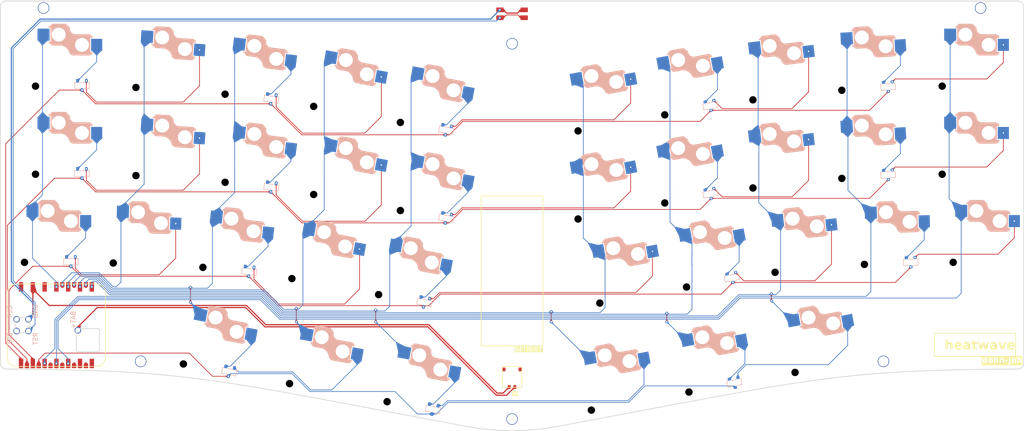
<source format=kicad_pcb>
(kicad_pcb (version 20241229) (generator "pcbnew") (generator_version "9.0")
  (title_block (title "prod") (rev "v1.0.0") (company "Unknown"))
  (layers (0 "F.Cu" signal) (2 "B.Cu" signal) (13 "F.Paste" user) (15 "B.Paste" user) (5 "F.SilkS" user "F.Silkscreen") (7 "B.SilkS" user "B.Silkscreen") (1 "F.Mask" user) (3 "B.Mask" user) (25 "Edge.Cuts" user))
  (net 0 "")
  (net 1 "R1")
  (net 2 "R3")
  (net 3 "C8")
  (net 4 "C10")
  (net 5 "C7")
  (net 6 "C5")
  (net 7 "C3")
  (net 8 "C1")
  (net 9 "3V3")
  (net 10 "GND")
  (net 11 "5V")
  (net 12 "R2")
  (net 13 "R4")
  (net 14 "P1.01")
  (net 15 "P0.09")
  (net 16 "P0.10")
  (net 17 "C9")
  (net 18 "C6")
  (net 19 "C4")
  (net 20 "C2")
  (net 21 "DIO")
  (net 22 "CLK")
  (net 23 "RST")
  (net 24 "BAT+")
  (net 25 "flex_thumb")
  (net 26 "mirror_flex_thumb")
  (net 27 "w_top")
  (net 28 "e_top")
  (net 29 "r_top")
  (net 30 "t_top")
  (net 31 "mirror_w_top")
  (net 32 "mirror_e_top")
  (net 33 "mirror_r_top")
  (net 34 "mirror_t_top")
  (net 35 "s_home")
  (net 36 "d_home")
  (net 37 "f_home")
  (net 38 "g_home")
  (net 39 "mirror_s_home")
  (net 40 "mirror_d_home")
  (net 41 "mirror_f_home")
  (net 42 "mirror_g_home")
  (net 43 "z_bottom")
  (net 44 "x_bottom")
  (net 45 "c_bottom")
  (net 46 "v_bottom")
  (net 47 "b_bottom")
  (net 48 "mirror_z_bottom")
  (net 49 "mirror_x_bottom")
  (net 50 "mirror_c_bottom")
  (net 51 "mirror_v_bottom")
  (net 52 "mirror_b_bottom")
  (net 53 "base_thumb")
  (net 54 "mirror_base_thumb")
  (net 55 "q_top")
  (net 56 "mirror_q_top")
  (net 57 "a_home")
  (net 58 "mirror_a_home")
  (net 59 "ext_thumb")
  (net 60 "mirror_ext_thumb")
  (net 61 "P0.05")
  (net 62 "P1.11")
  (footprint "sw_choc_1u" (layer "F.Cu") (at 41.426508 2.388493 -7)
    (property "Reference" "SW4" (hide yes))
    (property "Value" "")
  )
  (footprint "sw_choc_1u" (layer "F.Cu") (at 60.770097 5.365756 -10.5)
    (property "Reference" "SW5" (hide yes))
    (property "Value" "")
  )
  (footprint "choc" (layer "F.Cu") (at 32.709804 60.91418 -10.5)
    (property "Reference" "SW1" (hide yes))
    (property "Value" "")
  )
  (footprint "sw_reset_side" (layer "F.Cu") (at 97.6491 -10.45)
    (property "Reference" "XX1" (hide yes))
    (property "Value" "")
  )
  (footprint "sw_choc_1u" (layer "F.Cu") (at 173.360957 19.597681 3.5)
    (property "Reference" "SW15" (hide yes))
    (property "Value" "")
  )
  (footprint "sw_choc_1.25u" (layer "F.Cu") (at 0 19)
    (property "Reference" "SW33" (hide yes))
    (property "Value" "")
  )
  (footprint "mounting_hole" (layer "F.Cu") (at 177.6491 64.5)
    (property "Reference" "H5" (hide yes))
    (property "Value" "")
  )
  (footprint "sw_choc_1u" (layer "F.Cu") (at 158.722661 39.648093 6.125)
    (property "Reference" "SW26" (hide yes))
    (property "Value" "")
  )
  (footprint "sw_choc_1.25u" (layer "F.Cu") (at 195.298199 0)
    (property "Reference" "SW32" (hide yes))
    (property "Value" "")
  )
  (footprint "sw_choc_1u" (layer "F.Cu") (at 153.871691 21.388493 7)
    (property "Reference" "SW16" (hide yes))
    (property "Value" "")
  )
  (footprint "mounting_hole" (layer "F.Cu") (at 198.573199 -11.7)
    (property "Reference" "H2" (hide yes))
    (property "Value" "")
  )
  (footprint "sw_choc_1u" (layer "F.Cu") (at 115.846259 8.828231 10.5)
    (property "Reference" "SW10" (hide yes))
    (property "Value" "")
  )
  (footprint "sw_choc_1u" (layer "F.Cu") (at 134.528102 24.365756 10.5)
    (property "Reference" "SW17" (hide yes))
    (property "Value" "")
  )
  (footprint "sw_choc_1u" (layer "F.Cu") (at 74.761679 45.960283 -10.5)
    (property "Reference" "SW23" (hide yes))
    (property "Value" "")
  )
  (footprint "conn_molex_pico_front" (layer "F.Cu") (at 97.6491 68.15 180)
    (property "Reference" "XX2" (hide yes))
    (property "Value" "")
  )
  (footprint "sw_choc_1u" (layer "F.Cu") (at 115.846259 27.828231 10.5)
    (property "Reference" "SW18" (hide yes))
    (property "Value" "")
  )
  (footprint "mounting_hole" (layer "F.Cu") (at -3.275 -11.7)
    (property "Reference" "H1" (hide yes))
    (property "Value" "")
  )
  (footprint "sw_choc_1u" (layer "F.Cu") (at 60.770097 24.365756 -10.5)
    (property "Reference" "SW13" (hide yes))
    (property "Value" "")
  )
  (footprint "sw_choc_1u" (layer "F.Cu") (at 21.937242 19.597681 -3.5)
    (property "Reference" "SW11" (hide yes))
    (property "Value" "")
  )
  (footprint "sw_choc_1u" (layer "F.Cu") (at 55.57048 65.151156 -10.5)
    (property "Reference" "SW29" (hide yes))
    (property "Value" "")
  )
  (footprint "sw_choc_1.25u" (layer "F.Cu") (at 195.298199 19)
    (property "Reference" "SW34" (hide yes))
    (property "Value" "")
  )
  (footprint "mounting_hole" (layer "F.Cu") (at 97.6491 -4)
    (property "Reference" "H1" (hide yes))
    (property "Value" "")
  )
  (footprint "mounting_hole" (layer "F.Cu") (at 97.6491 76.949)
    (property "Reference" "H4" (hide yes))
    (property "Value" "")
  )
  (footprint "sw_choc_1u" (layer "F.Cu") (at 173.360957 0.59768 3.5)
    (property "Reference" "SW7" (hide yes))
    (property "Value" "")
  )
  (footprint "sw_choc_1u" (layer "F.Cu") (at 197.673199 38)
    (property "Reference" "SW24" (hide yes))
    (property "Value" "")
  )
  (footprint "sw_choc_1u" (layer "F.Cu") (at 153.871691 2.388493 7)
    (property "Reference" "SW8" (hide yes))
    (property "Value" "")
  )
  (footprint "sw_choc_1u" (layer "F.Cu") (at 178.387514 38.294547 1.75)
    (property "Reference" "SW25" (hide yes))
    (property "Value" "")
  )
  (footprint "xiao_plus_smd_prod" (layer "F.Cu") (at -0.4995 56.7 90)
    (property "Reference" "MCU1" (hide yes))
    (property "Value" "")
    (fp_line (start -1.244 -8.9275) (end 1.244 -8.9275) (stroke (width 0.15)) (layer "Edge.Cuts"))
    (fp_line (start 1.625 -8.5465) (end 1.625 -6.0585) (stroke (width 0.15)) (layer "Edge.Cuts"))
    (fp_line (start -1.625 -6.0585) (end -1.625 -8.5465) (stroke (width 0.15)) (layer "Edge.Cuts"))
    (fp_line (start 1.244 -5.6775) (end -1.244 -5.6775) (stroke (width 0.15)) (layer "Edge.Cuts"))
    (fp_line (start -5.35692 4.2702) (end -1.11892 4.2702) (stroke (width 0.15)) (layer "Edge.Cuts"))
    (fp_line (start -0.73792 4.6512) (end -0.73792 8.8892) (stroke (width 0.15)) (layer "Edge.Cuts"))
    (fp_line (start -5.73792 8.8892) (end -5.73792 4.6512) (stroke (width 0.15)) (layer "Edge.Cuts"))
    (fp_line (start -1.11892 9.2702) (end -5.35692 9.2702) (stroke (width 0.15)) (layer "Edge.Cuts"))
    (fp_arc (start 1.244 -8.9275) (mid 1.513408 -8.815908) (end 1.625 -8.5465) (stroke (width 0.15)) (layer "Edge.Cuts"))
    (fp_arc (start -1.625 -8.5465) (mid -1.513408 -8.815908) (end -1.244 -8.9275) (stroke (width 0.15)) (layer "Edge.Cuts"))
    (fp_arc (start 1.625 -6.0585) (mid 1.513408 -5.789092) (end 1.244 -5.6775) (stroke (width 0.15)) (layer "Edge.Cuts"))
    (fp_arc (start -1.244 -5.6775) (mid -1.513408 -5.789093) (end -1.624999 -6.058501) (stroke (width 0.15)) (layer "Edge.Cuts"))
    (fp_arc (start -1.11892 4.2702) (mid -0.849512 4.381792) (end -0.73792 4.6512) (stroke (width 0.15)) (layer "Edge.Cuts"))
    (fp_arc (start -5.73792 4.6512) (mid -5.626328 4.381792) (end -5.35692 4.2702) (stroke (width 0.15)) (layer "Edge.Cuts"))
    (fp_arc (start -0.73792 8.8892) (mid -0.849512 9.158608) (end -1.11892 9.2702) (stroke (width 0.15)) (layer "Edge.Cuts"))
    (fp_arc (start -5.35692 9.2702) (mid -5.626328 9.158608) (end -5.73792 8.8892) (stroke (width 0.15)) (layer "Edge.Cuts"))
  )
  (footprint "sw_choc_1u" (layer "F.Cu") (at 16.910685 38.294547 -1.75)
    (property "Reference" "SW20" (hide yes))
    (property "Value" "")
  )
  (footprint "sw_choc_1u" (layer "F.Cu") (at 134.528102 5.365756 10.5)
    (property "Reference" "SW9" (hide yes))
    (property "Value" "")
  )
  (footprint "sw_choc_1u" (layer "F.Cu") (at 56.079836 42.497808 -10.5)
    (property "Reference" "SW22" (hide yes))
    (property "Value" "")
  )
  (footprint "sw_choc_1u" (layer "F.Cu") (at -2.375 38)
    (property "Reference" "SW19" (hide yes))
    (property "Value" "")
  )
  (footprint "sw_choc_1u" (layer "F.Cu") (at 41.426508 21.388493 -7)
    (property "Reference" "SW12" (hide yes))
    (property "Value" "")
  )
  (footprint "mounting_hole" (layer "F.Cu") (at 17.6491 64.5)
    (property "Reference" "H3" (hide yes))
    (property "Value" "")
  )
  (footprint "sw_choc_1.25u" (layer "F.Cu") (at 76.587554 69.04644 -10.5)
    (property "Reference" "SW35" (hide yes))
    (property "Value" "")
  )
  (footprint "sw_choc_1u" (layer "F.Cu") (at 139.218364 42.497808 10.5)
    (property "Reference" "SW27" (hide yes))
    (property "Value" "")
  )
  (footprint "sw_choc_1u" (layer "F.Cu") (at 79.45194 27.828231 -10.5)
    (property "Reference" "SW14" (hide yes))
    (property "Value" "")
  )
  (footprint "choc" (layer "F.Cu") (at 162.588395 60.91418 10.5)
    (property "Reference" "SW2" (hide yes))
    (property "Value" "")
  )
  (footprint "sw_choc_1u" (layer "F.Cu") (at 21.937242 0.59768 -3.5)
    (property "Reference" "SW3" (hide yes))
    (property "Value" "")
  )
  (footprint "sw_choc_1u" (layer "F.Cu") (at 120.53652 45.960283 10.5)
    (property "Reference" "SW28" (hide yes))
    (property "Value" "")
  )
  (footprint "sw_choc_1u" (layer "F.Cu") (at 36.575538 39.648093 -6.125)
    (property "Reference" "SW21" (hide yes))
    (property "Value" "")
  )
  (footprint "sw_choc_1.25u" (layer "F.Cu") (at 118.710645 69.04644 10.5)
    (property "Reference" "SW36" (hide yes))
    (property "Value" "")
  )
  (footprint "sw_choc_1.25u" (layer "F.Cu") (at 0 0)
    (property "Reference" "SW31" (hide yes))
    (property "Value" "")
  )
  (footprint "sw_choc_1u" (layer "F.Cu") (at 139.727719 65.151156 10.5)
    (property "Reference" "SW30" (hide yes))
    (property "Value" "")
  )
  (footprint "sw_choc_1u" (layer "F.Cu") (at 79.45194 8.828231 -10.5)
    (property "Reference" "SW6" (hide yes))
    (property "Value" "")
  )
  (footprint "SOT-23" (layer "B.Cu") (at 80.592651 74.873893 169.5)
    (property "Reference" "D11" (hide yes))
    (property "Value" "")
  )
  (footprint "SOT-23" (layer "B.Cu") (at 78.766776 51.787735 169.5)
    (property "Reference" "D9" (hide yes))
    (property "Value" "")
  )
  (footprint "SOT-23" (layer "B.Cu") (at 5 24 180)
    (property "Reference" "D4" (hide yes))
    (property "Value" "")
  )
  (footprint "SOT-23" (layer "B.Cu") (at 178.656874 24.283112 -176.5)
    (property "Reference" "D14" (hide yes))
    (property "Value" "")
  )
  (footprint "SOT-23" (layer "B.Cu") (at 145.555171 69.156253 -169.5)
    (property "Reference" "D18" (hide yes))
    (property "Value" "")
  )
  (footprint "SOT-23" (layer "B.Cu") (at 5 5 180)
    (property "Reference" "D1" (hide yes))
    (property "Value" "")
  )
  (footprint "SOT-23" (layer "B.Cu") (at 183.537875 43.139522 -178.25)
    (property "Reference" "D16" (hide yes))
    (property "Value" "")
  )
  (footprint "SOT-23" (layer "B.Cu") (at 41.013505 45.15304 173.875)
    (property "Reference" "D8" (hide yes))
    (property "Value" "")
  )
  (footprint "SOT-23" (layer "B.Cu") (at 178.656874 5.283112 -176.5)
    (property "Reference" "D12" (hide yes))
    (property "Value" "")
  )
  (footprint "SOT-23" (layer "B.Cu") (at 140.355554 9.370853 -169.5)
    (property "Reference" "D13" (hide yes))
    (property "Value" "")
  )
  (footprint "SOT-23" (layer "B.Cu") (at 145.045816 46.502905 -169.5)
    (property "Reference" "D17" (hide yes))
    (property "Value" "")
  )
  (footprint "SOT-23" (layer "B.Cu") (at 2.625 43 180)
    (property "Reference" "D7" (hide yes))
    (property "Value" "")
  )
  (footprint "SOT-23" (layer "B.Cu") (at 83.457037 33.655683 169.5)
    (property "Reference" "D6" (hide yes))
    (property "Value" "")
  )
  (footprint "SOT-23" (layer "B.Cu") (at 36.714901 66.741632 169.5)
    (property "Reference" "D10" (hide yes))
    (property "Value" "")
  )
  (footprint "SOT-23" (layer "B.Cu") (at 83.457037 14.655683 169.5)
    (property "Reference" "D3" (hide yes))
    (property "Value" "")
  )
  (footprint "SOT-23" (layer "B.Cu") (at 45.779892 7.96057 173)
    (property "Reference" "D2" (hide yes))
    (property "Value" "")
  )
  (footprint "SOT-23" (layer "B.Cu") (at 45.779892 26.96057 173)
    (property "Reference" "D5" (hide yes))
    (property "Value" "")
  )
  (footprint "SOT-23" (layer "B.Cu") (at 140.355554 28.370853 -169.5)
    (property "Reference" "D15" (hide yes))
    (property "Value" "")
  )
  (gr_line (start 104.2991 61.15) (end 104.2991 28.85) (stroke (width 0.15)) (layer "F.SilkS"))
  (gr_line (start 104.2991 28.85) (end 90.9991 28.85) (stroke (width 0.15)) (layer "F.SilkS"))
  (gr_line (start 90.9991 61.15) (end 104.2991 61.15) (stroke (width 0.15)) (layer "F.SilkS"))
  (gr_line (start 90.9991 28.85) (end 90.9991 61.15) (stroke (width 0.15)) (layer "F.SilkS"))
  (gr_rect (start 188.623 58.45) (end 206.123 63.45) (stroke (width 0.15)) (fill no) (layer "F.SilkS"))
  (gr_curve (pts (xy 206.627906 66.161264) (xy 197.848354 66.194239) (xy 190.728165 66.327506) (xy 184.365367 66.626123)) (stroke (width 0.15)) (layer "Edge.Cuts"))
  (gr_curve (pts (xy 69.424634 75.061506) (xy 74.982845 76.111476) (xy 81.177852 77.28006) (xy 88.193385 78.580312)) (stroke (width 0.15)) (layer "Edge.Cuts"))
  (gr_curve (pts (xy 173.765825 67.336039) (xy 170.376683 67.638307) (xy 167.073057 68.010521) (xy 163.680702 68.464077)) (stroke (width 0.15)) (layer "Edge.Cuts"))
  (gr_line (start -11.325 -13.2) (end 206.623199 -13.2) (stroke (width 0.15)) (layer "Edge.Cuts"))
  (gr_arc (start 207.873199 64.911299) (mid 207.508745 65.793517) (end 206.627906 66.161291) (stroke (width 0.15)) (layer "Edge.Cuts"))
  (gr_curve (pts (xy 140.822493 72.254267) (xy 136.35319 73.080178) (xy 131.431775 74.011535) (xy 125.873565 75.061506)) (stroke (width 0.15)) (layer "Edge.Cuts"))
  (gr_arc (start -12.575 -11.95) (mid -12.208883 -12.833883) (end -11.325 -13.2) (stroke (width 0.15)) (layer "Edge.Cuts"))
  (gr_arc (start -11.329707 66.161291) (mid -12.210546 65.793517) (end -12.575 64.911299) (stroke (width 0.15)) (layer "Edge.Cuts"))
  (gr_curve (pts (xy 184.365367 66.626123) (xy 180.629626 66.801448) (xy 177.154968 67.03377) (xy 173.765825 67.336039)) (stroke (width 0.15)) (layer "Edge.Cuts"))
  (gr_curve (pts (xy 10.932832 66.626123) (xy 14.668573 66.801448) (xy 18.143231 67.03377) (xy 21.532374 67.336039)) (stroke (width 0.15)) (layer "Edge.Cuts"))
  (gr_curve (pts (xy 153.058123 70.080213) (xy 149.308985 70.707894) (xy 145.291795 71.428357) (xy 140.822493 72.254267)) (stroke (width 0.15)) (layer "Edge.Cuts"))
  (gr_curve (pts (xy 125.873565 75.061506) (xy 120.315354 76.111476) (xy 114.120347 77.28006) (xy 107.104814 78.580312)) (stroke (width 0.15)) (layer "Edge.Cuts"))
  (gr_curve (pts (xy 31.617497 68.464077) (xy 35.009853 68.917633) (xy 38.490939 69.452532) (xy 42.240076 70.080213)) (stroke (width 0.15)) (layer "Edge.Cuts"))
  (gr_curve (pts (xy -11.329707 66.161264) (xy -2.550155 66.194239) (xy 4.570034 66.327506) (xy 10.932832 66.626123)) (stroke (width 0.15)) (layer "Edge.Cuts"))
  (gr_curve (pts (xy 54.475706 72.254267) (xy 58.945009 73.080178) (xy 63.866424 74.011535) (xy 69.424634 75.061506)) (stroke (width 0.15)) (layer "Edge.Cuts"))
  (gr_arc (start 107.104814 78.580312) (mid 97.6491 79.44917) (end 88.193385 78.580312) (stroke (width 0.15)) (layer "Edge.Cuts"))
  (gr_curve (pts (xy 21.532374 67.336039) (xy 24.921516 67.638307) (xy 28.225142 68.010521) (xy 31.617497 68.464077)) (stroke (width 0.15)) (layer "Edge.Cuts"))
  (gr_curve (pts (xy 163.680702 68.464077) (xy 160.288346 68.917633) (xy 156.80726 69.452532) (xy 153.058123 70.080213)) (stroke (width 0.15)) (layer "Edge.Cuts"))
  (gr_line (start 207.873199 -11.95) (end 207.873199 64.911299) (stroke (width 0.15)) (layer "Edge.Cuts"))
  (gr_curve (pts (xy 42.240076 70.080213) (xy 45.989214 70.707894) (xy 50.006404 71.428357) (xy 54.475706 72.254267)) (stroke (width 0.15)) (layer "Edge.Cuts"))
  (gr_line (start -12.575 -11.95) (end -12.575 64.911299) (stroke (width 0.15)) (layer "Edge.Cuts"))
  (gr_arc (start 206.623199 -13.2) (mid 207.507083 -12.833884) (end 207.873199 -11.95) (stroke (width 0.15)) (layer "Edge.Cuts"))
  (gr_text "heatwave" (at 190.773 62.25 0) (layer "F.SilkS") (effects (font (size 2 2) (thickness 0.3) (bold yes) (italic yes)) (justify left bottom)))
  (gr_text "BATTERY" (at 101.1371 61.88 0) (layer "F.SilkS" knockout) (effects (font (size 1 1))))
  (gr_text "dohn-joh" (at 198.86725 65.04 0) (layer "F.SilkS" knockout) (effects (font (size 1.25 1.25) (thickness 0.3) (bold yes)) (justify left bottom)))
  (segment (start 87.049 12.751) (end 138.140898 12.751) (width 0.15) (layer "F.Cu") (net 1))
  (segment (start 45.658023 8.953116) (end 52.343845 15.638938) (width 0.15) (layer "F.Cu") (net 1))
  (segment (start 138.140898 12.751) (end 140.53779 10.354108) (width 0.15) (layer "F.Cu") (net 1))
  (segment (start 52.343845 15.638938) (end 83.274801 15.638938) (width 0.15) (layer "F.Cu") (net 1))
  (segment (start 7.953116 8.953116) (end 45.658023 8.953116) (width 0.15) (layer "F.Cu") (net 1))
  (segment (start 83.274801 15.638938) (end 84.161062 15.638938) (width 0.15) (layer "F.Cu") (net 1))
  (segment (start 174.645062 10.354108) (end 178.717923 6.281247) (width 0.15) (layer "F.Cu") (net 1))
  (segment (start -8.116 63.884) (end -8.116 64.955) (width 0.15) (layer "F.Cu") (net 1))
  (segment (start -11.417661 17.542661) (end -11.417661 60.582339) (width 0.15) (layer "F.Cu") (net 1))
  (segment (start -11.417661 60.582339) (end -8.116 63.884) (width 0.15) (layer "F.Cu") (net 1))
  (segment (start 140.53779 10.354108) (end 174.645062 10.354108) (width 0.15) (layer "F.Cu") (net 1))
  (segment (start 5 6) (end 0.125 6) (width 0.15) (layer "F.Cu") (net 1))
  (segment (start 5 6) (end 7.953116 8.953116) (width 0.15) (layer "F.Cu") (net 1))
  (segment (start 0.125 6) (end -11.417661 17.542661) (width 0.15) (layer "F.Cu") (net 1))
  (segment (start 84.161062 15.638938) (end 87.049 12.751) (width 0.15) (layer "F.Cu") (net 1))
  (via (at 5 6) (size 0.6) (drill 0.3) (layers "F.Cu" "B.Cu") (net 1))
  (via (at 178.717923 6.281247) (size 0.6) (drill 0.3) (layers "F.Cu" "B.Cu") (net 1))
  (via (at 45.658023 8.953116) (size 0.6) (drill 0.3) (layers "F.Cu" "B.Cu") (net 1))
  (via (at 140.53779 10.354108) (size 0.6) (drill 0.3) (layers "F.Cu" "B.Cu") (net 1))
  (via (at 83.274801 15.638938) (size 0.6) (drill 0.3) (layers "F.Cu" "B.Cu") (net 1))
  (segment (start 40.906807 46.147331) (end 47.24683 52.487354) (width 0.15) (layer "F.Cu") (net 2))
  (segment (start 2.625 44) (end 4.772331 46.147331) (width 0.15) (layer "F.Cu") (net 2))
  (segment (start 82.2 50) (end 79.712646 52.487354) (width 0.15) (layer "F.Cu") (net 2))
  (segment (start 145.228052 47.48616) (end 180.22131 47.48616) (width 0.15) (layer "F.Cu") (net 2))
  (segment (start 180.22131 47.48616) (end 183.568414 44.139056) (width 0.15) (layer "F.Cu") (net 2))
  (segment (start 4.772331 46.147331) (end 40.906807 46.147331) (width 0.15) (layer "F.Cu") (net 2))
  (segment (start 47.24683 52.487354) (end 78.300904 52.487354) (width 0.15) (layer "F.Cu") (net 2))
  (segment (start 2.625 44) (end -5.6 44) (width 0.15) (layer "F.Cu") (net 2))
  (segment (start -5.6 44) (end -10.715661 49.115661) (width 0.15) (layer "F.Cu") (net 2))
  (segment (start 145.228052 47.48616) (end 142.714212 50) (width 0.15) (layer "F.Cu") (net 2))
  (segment (start 79.712646 52.487354) (end 78.868176 52.487354) (width 0.15) (layer "F.Cu") (net 2))
  (segment (start 78.300904 52.487354) (end 78.58454 52.77099) (width 0.15) (layer "F.Cu") (net 2))
  (segment (start 78.868176 52.487354) (end 78.58454 52.77099) (width 0.15) (layer "F.Cu") (net 2))
  (segment (start -5.576 63.924) (end -5.576 64.955) (width 0.15) (layer "F.Cu") (net 2))
  (segment (start -10.715661 58.784339) (end -5.576 63.924) (width 0.15) (layer "F.Cu") (net 2))
  (segment (start -10.715661 49.115661) (end -10.715661 58.784339) (width 0.15) (layer "F.Cu") (net 2))
  (segment (start 142.714212 50) (end 82.2 50) (width 0.15) (layer "F.Cu") (net 2))
  (via (at 2.625 44) (size 0.6) (drill 0.3) (layers "F.Cu" "B.Cu") (net 2))
  (via (at 40.906807 46.147331) (size 0.6) (drill 0.3) (layers "F.Cu" "B.Cu") (net 2))
  (via (at 183.568414 44.139056) (size 0.6) (drill 0.3) (layers "F.Cu" "B.Cu") (net 2))
  (via (at 78.58454 52.77099) (size 0.6) (drill 0.3) (layers "F.Cu" "B.Cu") (net 2))
  (via (at 145.228052 47.48616) (size 0.6) (drill 0.3) (layers "F.Cu" "B.Cu") (net 2))
  (segment (start 153.5 49.925) (end 153.5 51.426) (width 0.15) (layer "F.Cu") (net 3))
  (via (at -3.036 64.955) (size 0.6) (drill 0.3) (layers "F.Cu" "B.Cu") (net 3))
  (via (at 153.5 49.925) (size 0.6) (drill 0.3) (layers "F.Cu" "B.Cu") (net 3))
  (via (at 153.5 51.426) (size 0.6) (drill 0.3) (layers "F.Cu" "B.Cu") (net 3))
  (segment (start 150.666587 15.111358) (end 150.666587 -2.347428) (width 0.15) (layer "B.Cu") (net 3))
  (segment (start 150.8 16.785985) (end 150.8 30.298105) (width 0.15) (layer "B.Cu") (net 3))
  (segment (start 146.458222 50.149) (end 141.909223 54.698) (width 0.15) (layer "B.Cu") (net 3))
  (segment (start 4.109224 50.498) (end -0.847 55.454224) (width 0.15) (layer "B.Cu") (net 3))
  (segment (start 153.276 50.149) (end 146.458222 50.149) (width 0.15) (layer "B.Cu") (net 3))
  (segment (start 149.89598 15.881965) (end 150.8 16.785985) (width 0.15) (layer "B.Cu") (net 3))
  (segment (start 150.666587 -2.347428) (end 149.89598 -3.118035) (width 0.15) (layer "B.Cu") (net 3))
  (segment (start 155.5 49.1) (end 154.451 50.149) (width 0.15) (layer "B.Cu") (net 3))
  (segment (start 154.451 50.149) (end 153.724 50.149) (width 0.15) (layer "B.Cu") (net 3))
  (segment (start 153.724 50.149) (end 153.5 49.925) (width 0.15) (layer "B.Cu") (net 3))
  (segment (start 154.583389 34.081494) (end 154.831504 34.081494) (width 0.15) (layer "B.Cu") (net 3))
  (segment (start -0.847 55.454224) (end -0.847 61.747) (width 0.15) (layer "B.Cu") (net 3))
  (segment (start 153.5 49.925) (end 153.276 50.149) (width 0.15) (layer "B.Cu") (net 3))
  (segment (start -0.847 61.747) (end -3.036 63.936) (width 0.15) (layer "B.Cu") (net 3))
  (segment (start -3.036 63.936) (end -3.036 64.955) (width 0.15) (layer "B.Cu") (net 3))
  (segment (start 157.760635 55.660635) (end 158.283934 55.660635) (width 0.15) (layer "B.Cu") (net 3))
  (segment (start 43.690776 50.498) (end 4.109224 50.498) (width 0.15) (layer "B.Cu") (net 3))
  (segment (start 149.89598 15.881965) (end 150.666587 15.111358) (width 0.15) (layer "B.Cu") (net 3))
  (segment (start 150.8 30.298105) (end 154.583389 34.081494) (width 0.15) (layer "B.Cu") (net 3))
  (segment (start 154.831504 34.081494) (end 155.5 34.74999) (width 0.15) (layer "B.Cu") (net 3))
  (segment (start 153.526 51.426) (end 157.760635 55.660635) (width 0.15) (layer "B.Cu") (net 3))
  (segment (start 141.909223 54.698) (end 47.890776 54.698) (width 0.15) (layer "B.Cu") (net 3))
  (segment (start 47.890776 54.698) (end 43.690776 50.498) (width 0.15) (layer "B.Cu") (net 3))
  (segment (start 155.5 34.74999) (end 155.5 49.1) (width 0.15) (layer "B.Cu") (net 3))
  (via (at 2.044 64.955) (size 0.6) (drill 0.3) (layers "F.Cu" "B.Cu") (net 4))
  (segment (start 194.398199 32.05) (end 194.398199 49.801801) (width 0.15) (layer "B.Cu") (net 4))
  (segment (start 47.599999 55.4) (end 43.4 51.2) (width 0.15) (layer "B.Cu") (net 4))
  (segment (start -0.145 55.745) (end -0.145 61.755) (width 0.15) (layer "B.Cu") (net 4))
  (segment (start 191.8 13.273199) (end 191.8 29.451801) (width 0.15) (layer "B.Cu") (net 4))
  (segment (start 146.749 50.851) (end 142.2 55.4) (width 0.15) (layer "B.Cu") (net 4))
  (segment (start 2.044 63.944) (end 2.044 64.955) (width 0.15) (layer "B.Cu") (net 4))
  (segment (start 142.2 55.4) (end 47.599999 55.4) (width 0.15) (layer "B.Cu") (net 4))
  (segment (start -0.145 61.755) (end 2.044 63.944) (width 0.15) (layer "B.Cu") (net 4))
  (segment (start 43.4 51.2) (end 4.4 51.2) (width 0.15) (layer "B.Cu") (net 4))
  (segment (start 194.398199 49.801801) (end 193.349 50.851) (width 0.15) (layer "B.Cu") (net 4))
  (segment (start 192.023199 13.05) (end 191.8 13.273199) (width 0.15) (layer "B.Cu") (net 4))
  (segment (start 4.4 51.2) (end -0.145 55.745) (width 0.15) (layer "B.Cu") (net 4))
  (segment (start 192.023199 13.05) (end 192.023199 -5.95) (width 0.15) (layer "B.Cu") (net 4))
  (segment (start 191.8 29.451801) (end 194.398199 32.05) (width 0.15) (layer "B.Cu") (net 4))
  (segment (start 193.349 50.851) (end 146.749 50.851) (width 0.15) (layer "B.Cu") (net 4))
  (segment (start 130.975 54.123) (end 130.975 55.975) (width 0.15) (layer "F.Cu") (net 5))
  (via (at 7.124 48.445) (size 0.6) (drill 0.3) (layers "F.Cu" "B.Cu") (net 5))
  (via (at 130.975 54.123) (size 0.6) (drill 0.3) (layers "F.Cu" "B.Cu") (net 5))
  (via (at 130.975 55.975) (size 0.6) (drill 0.3) (layers "F.Cu" "B.Cu") (net 5))
  (segment (start 130.975 55.975) (end 133.9 58.9) (width 0.15) (layer "B.Cu") (net 5))
  (segment (start 7.124 47.426) (end 7.35 47.2) (width 0.15) (layer "B.Cu") (net 5))
  (segment (start 136.388364 41.325584) (end 136.388364 43.670032) (width 0.15) (layer "B.Cu") (net 5))
  (segment (start 136.4 41.313948) (end 136.388364 41.325584) (width 0.15) (layer "B.Cu") (net 5))
  (segment (start 136.4 43.681668) (end 136.4 53.3) (width 0.15) (layer "B.Cu") (net 5))
  (segment (start 131.68034 34.480539) (end 134.444064 37.244263) (width 0.15) (layer "B.Cu") (net 5))
  (segment (start 131.68034 20.56891) (end 131.68034 34.480539) (width 0.15) (layer "B.Cu") (net 5))
  (segment (start 131.68034 17.21966) (end 131.68034 1.56891) (width 0.15) (layer "B.Cu") (net 5))
  (segment (start 10.961446 50.147) (end 43.836164 50.147) (width 0.15) (layer "B.Cu") (net 5))
  (segment (start 105.835412 54.347) (end 105.836412 54.348) (width 0.15) (layer "B.Cu") (net 5))
  (segment (start 130.751 54.347) (end 130.975 54.123) (width 0.15) (layer "B.Cu") (net 5))
  (segment (start 133.9 58.9) (end 134.425647 58.9) (width 0.15) (layer "B.Cu") (net 5))
  (segment (start 7.35 47.2) (end 8.014446 47.2) (width 0.15) (layer "B.Cu") (net 5))
  (segment (start 106.313588 54.348) (end 106.314588 54.347) (width 0.15) (layer "B.Cu") (net 5))
  (segment (start 131.68034 1.56891) (end 130.223641 0.112211) (width 0.15) (layer "B.Cu") (net 5))
  (segment (start 130.223641 19.112211) (end 130.223641 18.676359) (width 0.15) (layer "B.Cu") (net 5))
  (segment (start 130.223641 19.112211) (end 131.68034 20.56891) (width 0.15) (layer "B.Cu") (net 5))
  (segment (start 48.036164 54.347) (end 105.835412 54.347) (width 0.15) (layer "B.Cu") (net 5))
  (segment (start 8.014446 47.2) (end 10.961446 50.147) (width 0.15) (layer "B.Cu") (net 5))
  (segment (start 7.124 48.445) (end 7.124 47.426) (width 0.15) (layer "B.Cu") (net 5))
  (segment (start 43.836164 50.147) (end 48.036164 54.347) (width 0.15) (layer "B.Cu") (net 5))
  (segment (start 136.388364 43.670032) (end 136.4 43.681668) (width 0.15) (layer "B.Cu") (net 5))
  (segment (start 134.444064 37.244263) (end 134.913903 37.244263) (width 0.15) (layer "B.Cu") (net 5))
  (segment (start 105.836412 54.348) (end 106.313588 54.348) (width 0.15) (layer "B.Cu") (net 5))
  (segment (start 131.199 54.347) (end 130.975 54.123) (width 0.15) (layer "B.Cu") (net 5))
  (segment (start 136.4 38.73036) (end 136.4 41.313948) (width 0.15) (layer "B.Cu") (net 5))
  (segment (start 106.314588 54.347) (end 130.751 54.347) (width 0.15) (layer "B.Cu") (net 5))
  (segment (start 135.353 54.347) (end 131.199 54.347) (width 0.15) (layer "B.Cu") (net 5))
  (segment (start 136.4 53.3) (end 135.353 54.347) (width 0.15) (layer "B.Cu") (net 5))
  (segment (start 130.223641 18.676359) (end 131.68034 17.21966) (width 0.15) (layer "B.Cu") (net 5))
  (segment (start 134.425647 58.9) (end 135.423258 59.897611) (width 0.15) (layer "B.Cu") (net 5))
  (segment (start 134.913903 37.244263) (end 136.4 38.73036) (width 0.15) (layer "B.Cu") (net 5))
  (segment (start 68.275 53.421) (end 68.275 55.975) (width 0.15) (layer "F.Cu") (net 6))
  (via (at 68.275 55.975) (size 0.6) (drill 0.3) (layers "F.Cu" "B.Cu") (net 6))
  (via (at 68.275 53.421) (size 0.6) (drill 0.3) (layers "F.Cu" "B.Cu") (net 6))
  (via (at 4.584 48.445) (size 0.6) (drill 0.3) (layers "F.Cu" "B.Cu") (net 6))
  (segment (start 68.051 53.645) (end 48.326941 53.645) (width 0.15) (layer "B.Cu") (net 6))
  (segment (start 68.275 55.975) (end 74.451696 62.151696) (width 0.15) (layer "B.Cu") (net 6))
  (segment (start 71.3 52.6) (end 71.3 40.838916) (width 0.15) (layer "B.Cu") (net 6))
  (segment (start 72.625821 38.574179) (end 72.625821 39.513095) (width 0.15) (layer "B.Cu") (net 6))
  (segment (start 68.499 53.645) (end 70.255 53.645) (width 0.15) (layer "B.Cu") (net 6))
  (segment (start 75.9 35.3) (end 72.625821 38.574179) (width 0.15) (layer "B.Cu") (net 6))
  (segment (start 68.275 53.421) (end 68.051 53.645) (width 0.15) (layer "B.Cu") (net 6))
  (segment (start 70.255 53.645) (end 71.3 52.6) (width 0.15) (layer "B.Cu") (net 6))
  (segment (start 44.12694 49.445) (end 11.252224 49.445) (width 0.15) (layer "B.Cu") (net 6))
  (segment (start 75.9 22.797125) (end 75.9 35.3) (width 0.15) (layer "B.Cu") (net 6))
  (segment (start 71.3 40.838916) (end 72.625821 39.513095) (width 0.15) (layer "B.Cu") (net 6))
  (segment (start 5.547 46.453) (end 4.584 47.416) (width 0.15) (layer "B.Cu") (net 6))
  (segment (start 48.326941 53.645) (end 44.12694 49.445) (width 0.15) (layer "B.Cu") (net 6))
  (segment (start 8.260225 46.453) (end 5.547 46.453) (width 0.15) (layer "B.Cu") (net 6))
  (segment (start 77.316082 21.381043) (end 75.9 19.964961) (width 0.15) (layer "B.Cu") (net 6))
  (segment (start 68.275 53.421) (end 68.499 53.645) (width 0.15) (layer "B.Cu") (net 6))
  (segment (start 75.9 19.964961) (end 75.9 3.797125) (width 0.15) (layer "B.Cu") (net 6))
  (segment (start 74.451696 62.151696) (end 74.451696 62.599252) (width 0.15) (layer "B.Cu") (net 6))
  (segment (start 75.9 3.797125) (end 77.316082 2.381043) (width 0.15) (layer "B.Cu") (net 6))
  (segment (start 11.252224 49.445) (end 8.260225 46.453) (width 0.15) (layer "B.Cu") (net 6))
  (segment (start 4.584 47.416) (end 4.584 48.445) (width 0.15) (layer "B.Cu") (net 6))
  (segment (start 77.316082 21.381043) (end 75.9 22.797125) (width 0.15) (layer "B.Cu") (net 6))
  (segment (start 28.375 48.519) (end 28.375 51.775) (width 0.15) (layer "F.Cu") (net 7))
  (via (at 28.375 48.519) (size 0.6) (drill 0.3) (layers "F.Cu" "B.Cu") (net 7))
  (via (at 28.375 51.775) (size 0.6) (drill 0.3) (layers "F.Cu" "B.Cu") (net 7))
  (via (at 2.044 48.445) (size 0.6) (drill 0.3) (layers "F.Cu" "B.Cu") (net 7))
  (segment (start 8.551 45.751) (end 3.749 45.751) (width 0.15) (layer "B.Cu") (net 7))
  (segment (start 38.901042 15.083721) (end 38.516279 15.083721) (width 0.15) (layer "B.Cu") (net 7))
  (segment (start 28.151 48.743) (end 11.543 48.743) (width 0.15) (layer "B.Cu") (net 7))
  (segment (start 28.375 48.519) (end 28.151 48.743) (width 0.15) (layer "B.Cu") (net 7))
  (segment (start 30.573946 53.973946) (end 30.573946 54.466992) (width 0.15) (layer "B.Cu") (net 7))
  (segment (start 33.1 34.236709) (end 33.954086 33.382623) (width 0.15) (layer "B.Cu") (net 7))
  (segment (start 37.9 15.7) (end 37.9 28.1) (width 0.15) (layer "B.Cu") (net 7))
  (segment (start 38.516279 15.083721) (end 37.9 15.7) (width 0.15) (layer "B.Cu") (net 7))
  (segment (start 33.954086 32.045914) (end 33.954086 33.382623) (width 0.15) (layer "B.Cu") (net 7))
  (segment (start 33.1 47.7) (end 33.1 34.236709) (width 0.15) (layer "B.Cu") (net 7))
  (segment (start 28.599 48.743) (end 32.057 48.743) (width 0.15) (layer "B.Cu") (net 7))
  (segment (start 37.9 -2.915237) (end 37.9 14.082679) (width 0.15) (layer "B.Cu") (net 7))
  (segment (start 37.9 14.082679) (end 38.901042 15.083721) (width 0.15) (layer "B.Cu") (net 7))
  (segment (start 38.901042 -3.916279) (end 37.9 -2.915237) (width 0.15) (layer "B.Cu") (net 7))
  (segment (start 37.9 28.1) (end 33.954086 32.045914) (width 0.15) (layer "B.Cu") (net 7))
  (segment (start 3.749 45.751) (end 2.044 47.456) (width 0.15) (layer "B.Cu") (net 7))
  (segment (start 32.057 48.743) (end 33.1 47.7) (width 0.15) (layer "B.Cu") (net 7))
  (segment (start 28.375 48.519) (end 28.599 48.743) (width 0.15) (layer "B.Cu") (net 7))
  (segment (start 28.375 51.775) (end 30.573946 53.973946) (width 0.15) (layer "B.Cu") (net 7))
  (segment (start 2.044 47.456) (end 2.044 48.445) (width 0.15) (layer "B.Cu") (net 7))
  (segment (start 11.543 48.743) (end 8.551 45.751) (width 0.15) (layer "B.Cu") (net 7))
  (via (at -0.496 48.445) (size 0.6) (drill 0.3) (layers "F.Cu" "B.Cu") (net 8))
  (segment (start -5.65 42.25) (end -0.496 47.404) (width 0.15) (layer "B.Cu") (net 8))
  (segment (start -3.5 12.825) (end -3.5 -5.725) (width 0.15) (layer "B.Cu") (net 8))
  (segment (start -3.5 28.6) (end -5.65 30.75) (width 0.15) (layer "B.Cu") (net 8))
  (segment (start -3.275 13.05) (end -3.5 13.275) (width 0.15) (layer "B.Cu") (net 8))
  (segment (start -3.5 13.275) (end -3.5 28.6) (width 0.15) (layer "B.Cu") (net 8))
  (segment (start -5.65 30.75) (end -5.65 32.05) (width 0.15) (layer "B.Cu") (net 8))
  (segment (start -3.5 -5.725) (end -3.275 -5.95) (width 0.15) (layer "B.Cu") (net 8))
  (segment (start -0.496 47.404) (end -0.496 48.445) (width 0.15) (layer "B.Cu") (net 8))
  (segment (start -3.275 13.05) (end -3.5 12.825) (width 0.15) (layer "B.Cu") (net 8))
  (segment (start -5.65 32.05) (end -5.65 42.25) (width 0.15) (layer "B.Cu") (net 8))
  (segment (start 96.5 -10.6) (end 95.8 -11.3) (width 0.25) (layer "F.Cu") (net 10))
  (segment (start 44.6 56.6) (end 40.449 52.449) (width 0.25) (layer "F.Cu") (net 10))
  (segment (start 40.449 52.449) (end -2.051 52.449) (width 0.25) (layer "F.Cu") (net 10))
  (segment (start 95.8 -11.3) (end 95.0241 -11.3) (width 0.25) (layer "F.Cu") (net 10))
  (segment (start -5.576 48.445) (end -5.576 54.474) (width 0.25) (layer "F.Cu") (net 10))
  (segment (start -5.576 48.924) (end -5.576 48.445) (width 0.25) (layer "F.Cu") (net 10))
  (segment (start 98.8 -10.6) (end 96.5 -10.6) (width 0.25) (layer "F.Cu") (net 10))
  (segment (start 95.7251 71.349) (end 94.449 71.349) (width 0.25) (layer "F.Cu") (net 10))
  (segment (start 100.2741 -11.3) (end 99.5 -11.3) (width 0.25) (layer "F.Cu") (net 10))
  (segment (start 97.0491 70.025) (end 95.7251 71.349) (width 0.25) (layer "F.Cu") (net 10))
  (segment (start -2.051 52.449) (end -5.576 48.924) (width 0.25) (layer "F.Cu") (net 10))
  (segment (start 99.5 -11.3) (end 98.8 -10.6) (width 0.25) (layer "F.Cu") (net 10))
  (segment (start -5.576 54.474) (end -6.532 55.43) (width 0.25) (layer "F.Cu") (net 10))
  (segment (start 94.449 71.349) (end 79.7 56.6) (width 0.25) (layer "F.Cu") (net 10))
  (segment (start 79.7 56.6) (end 44.6 56.6) (width 0.25) (layer "F.Cu") (net 10))
  (via (at 95.0241 -11.3) (size 0.6) (drill 0.3) (layers "F.Cu" "B.Cu") (net 10))
  (segment (start 93.0251 -9.301) (end -3.999 -9.301) (width 0.25) (layer "B.Cu") (net 10))
  (segment (start -3.999 -9.301) (end -10.201 -3.099) (width 0.25) (layer "B.Cu") (net 10))
  (segment (start -5.501 54.399) (end -6.532 55.43) (width 0.25) (layer "B.Cu") (net 10))
  (segment (start -10.201 47.2661) (end -5.501 51.9661) (width 0.25) (layer "B.Cu") (net 10))
  (segment (start -10.201 -3.099) (end -10.201 47.2661) (width 0.25) (layer "B.Cu") (net 10))
  (segment (start -5.501 51.9661) (end -5.501 54.399) (width 0.25) (layer "B.Cu") (net 10))
  (segment (start 95.0241 -11.3) (end 93.0251 -9.301) (width 0.25) (layer "B.Cu") (net 10))
  (segment (start -6.846 63.954) (end -6.846 65.355) (width 0.15) (layer "F.Cu") (net 12))
  (segment (start -0.9 25) (end -11.066661 35.166661) (width 0.15) (layer "F.Cu") (net 12))
  (segment (start 83.274801 34.638938) (end 84.133353 34.638938) (width 0.15) (layer "F.Cu") (net 12))
  (segment (start -11.066661 35.166661) (end -11.066661 59.733339) (width 0.15) (layer "F.Cu") (net 12))
  (segment (start 174.645062 29.354108) (end 178.717923 25.281247) (width 0.15) (layer "F.Cu") (net 12))
  (segment (start 84.133353 34.638938) (end 87.021291 31.751) (width 0.15) (layer "F.Cu") (net 12))
  (segment (start 5 25) (end -0.9 25) (width 0.15) (layer "F.Cu") (net 12))
  (segment (start 87.021291 31.751) (end 138.140898 31.751) (width 0.15) (layer "F.Cu") (net 12))
  (segment (start 83.274801 34.638938) (end 52.343845 34.638938) (width 0.15) (layer "F.Cu") (net 12))
  (segment (start -11.066661 59.733339) (end -6.846 63.954) (width 0.15) (layer "F.Cu") (net 12))
  (segment (start 52.343845 34.638938) (end 45.658023 27.953116) (width 0.15) (layer "F.Cu") (net 12))
  (segment (start 140.53779 29.354108) (end 174.645062 29.354108) (width 0.15) (layer "F.Cu") (net 12))
  (segment (start 138.140898 31.751) (end 140.53779 29.354108) (width 0.15) (layer "F.Cu") (net 12))
  (segment (start 7.953116 27.953116) (end 45.658023 27.953116) (width 0.15) (layer "F.Cu") (net 12))
  (segment (start 5 25) (end 7.953116 27.953116) (width 0.15) (layer "F.Cu") (net 12))
  (via (at 83.274801 34.638938) (size 0.6) (drill 0.3) (layers "F.Cu" "B.Cu") (net 12))
  (via (at 178.717923 25.281247) (size 0.6) (drill 0.3) (layers "F.Cu" "B.Cu") (net 12))
  (via (at 5 25) (size 0.6) (drill 0.3) (layers "F.Cu" "B.Cu") (net 12))
  (via (at 45.658023 27.953116) (size 0.6) (drill 0.3) (layers "F.Cu" "B.Cu") (net 12))
  (via (at 140.53779 29.354108) (size 0.6) (drill 0.3) (layers "F.Cu" "B.Cu") (net 12))
  (segment (start -4.306 64.106) (end -2.924257 62.724257) (width 0.15) (layer "F.Cu") (net 13))
  (segment (start 33.124887 67.724887) (end 36.532665 67.724887) (width 0.15) (layer "F.Cu") (net 13))
  (segment (start 28.124257 62.724257) (end 33.124887 67.724887) (width 0.15) (layer "F.Cu") (net 13))
  (segment (start -2.924257 62.724257) (end 28.124257 62.724257) (width 0.15) (layer "F.Cu") (net 13))
  (segment (start -4.306 65.355) (end -4.306 64.106) (width 0.15) (layer "F.Cu") (net 13))
  (via (at 36.532665 67.724887) (size 0.6) (drill 0.3) (layers "F.Cu" "B.Cu") (net 13))
  (segment (start 72.4 71) (end 54.103612 71) (width 0.15) (layer "B.Cu") (net 13))
  (segment (start 77.257148 75.857148) (end 72.4 71) (width 0.15) (layer "B.Cu") (net 13))
  (segment (start 122.745389 73.351) (end 126.296389 69.8) (width 0.15) (layer "B.Cu") (net 13))
  (segment (start 80.410415 75.857148) (end 77.257148 75.857148) (width 0.15) (layer "B.Cu") (net 13))
  (segment (start 80.410415 75.857148) (end 81.33924 75.857148) (width 0.15) (layer "B.Cu") (net 13))
  (segment (start 37.106552 67.151) (end 36.532665 67.724887) (width 0.15) (layer "B.Cu") (net 13))
  (segment (start 50.254611 67.151) (end 37.106552 67.151) (width 0.15) (layer "B.Cu") (net 13))
  (segment (start 83.845388 73.351) (end 122.745389 73.351) (width 0.15) (layer "B.Cu") (net 13))
  (segment (start 81.33924 75.857148) (end 83.845388 73.351) (width 0.15) (layer "B.Cu") (net 13))
  (segment (start 126.296389 69.8) (end 145.397899 69.8) (width 0.15) (layer "B.Cu") (net 13))
  (segment (start 145.397899 69.8) (end 145.737407 70.139508) (width 0.15) (layer "B.Cu") (net 13))
  (segment (start 54.103612 71) (end 50.254611 67.151) (width 0.15) (layer "B.Cu") (net 13))
  (via (at -0.496 64.955) (size 0.6) (drill 0.3) (layers "F.Cu" "B.Cu") (net 17))
  (segment (start 173.9 50.5) (end 146.603611 50.5) (width 0.15) (layer "B.Cu") (net 17))
  (segment (start 142.054612 55.049) (end 47.745387 55.049) (width 0.15) (layer "B.Cu") (net 17))
  (segment (start 170 27.6) (end 174.847336 32.447336) (width 0.15) (layer "B.Cu") (net 17))
  (segment (start -0.496 55.599612) (end -0.496 64.955) (width 0.15) (layer "B.Cu") (net 17))
  (segment (start 169.814683 13.772857) (end 169.814683 -5.055432) (width 0.15) (layer "B.Cu") (net 17))
  (segment (start 174.932337 49.467663) (end 173.9 50.5) (width 0.15) (layer "B.Cu") (net 17))
  (segment (start 169.728827 13.858713) (end 170 14.129886) (width 0.15) (layer "B.Cu") (net 17))
  (segment (start 146.603611 50.5) (end 142.054612 55.049) (width 0.15) (layer "B.Cu") (net 17))
  (segment (start 174.932337 32.447336) (end 174.932337 49.467663) (width 0.15) (layer "B.Cu") (net 17))
  (segment (start 170 14.129886) (end 170 27.6) (width 0.15) (layer "B.Cu") (net 17))
  (segment (start 4.254612 50.849) (end -0.496 55.599612) (width 0.15) (layer "B.Cu") (net 17))
  (segment (start 169.728827 13.858713) (end 169.814683 13.772857) (width 0.15) (layer "B.Cu") (net 17))
  (segment (start 169.814683 -5.055432) (end 169.728827 -5.141288) (width 0.15) (layer "B.Cu") (net 17))
  (segment (start 47.745387 55.049) (end 43.545388 50.849) (width 0.15) (layer "B.Cu") (net 17))
  (segment (start 43.545388 50.849) (end 4.254612 50.849) (width 0.15) (layer "B.Cu") (net 17))
  (segment (start 174.847336 32.447336) (end 174.932337 32.447336) (width 0.15) (layer "B.Cu") (net 17))
  (segment (start 106.075 53.772) (end 106.075 55.975) (width 0.15) (layer "F.Cu") (net 18))
  (via (at 106.075 53.772) (size 0.6) (drill 0.3) (layers "F.Cu" "B.Cu") (net 18))
  (via (at 5.854 48.045) (size 0.6) (drill 0.3) (layers "F.Cu" "B.Cu") (net 18))
  (via (at 106.075 55.975) (size 0.6) (drill 0.3) (layers "F.Cu" "B.Cu") (net 18))
  (segment (start 11.106835 49.796) (end 8.114836 46.804) (width 0.15) (layer "B.Cu") (net 18))
  (segment (start 5.854 47.446) (end 5.854 48.045) (width 0.15) (layer "B.Cu") (net 18))
  (segment (start 116.604 53.996) (end 117.688758 52.911242) (width 0.15) (layer "B.Cu") (net 18))
  (segment (start 106.075 55.975) (end 113.892895 63.792895) (width 0.15) (layer "B.Cu") (net 18))
  (segment (start 106.075 53.772) (end 106.299 53.996) (width 0.15) (layer "B.Cu") (net 18))
  (segment (start 117.688758 52.911242) (end 117.688758 42.163437) (width 0.15) (layer "B.Cu") (net 18))
  (segment (start 43.981552 49.796) (end 11.106835 49.796) (width 0.15) (layer "B.Cu") (net 18))
  (segment (start 112.998497 20.601503) (end 112.998497 5.031385) (width 0.15) (layer "B.Cu") (net 18))
  (segment (start 117.688758 42.163437) (end 116.232059 40.706738) (width 0.15) (layer "B.Cu") (net 18))
  (segment (start 112.998497 37.898497) (end 112.998497 24.031385) (width 0.15) (layer "B.Cu") (net 18))
  (segment (start 105.851 53.996) (end 48.181552 53.996) (width 0.15) (layer "B.Cu") (net 18))
  (segment (start 115.806738 40.706738) (end 112.998497 37.898497) (width 0.15) (layer "B.Cu") (net 18))
  (segment (start 6.496 46.804) (end 5.854 47.446) (width 0.15) (layer "B.Cu") (net 18))
  (segment (start 112.998497 24.031385) (end 111.541798 22.574686) (width 0.15) (layer "B.Cu") (net 18))
  (segment (start 113.892895 63.792895) (end 114.406184 63.792895) (width 0.15) (layer "B.Cu") (net 18))
  (segment (start 112.998497 5.031385) (end 111.541798 3.574686) (width 0.15) (layer "B.Cu") (net 18))
  (segment (start 8.114836 46.804) (end 6.496 46.804) (width 0.15) (layer "B.Cu") (net 18))
  (segment (start 48.181552 53.996) (end 43.981552 49.796) (width 0.15) (layer "B.Cu") (net 18))
  (segment (start 111.4 22.2) (end 112.998497 20.601503) (width 0.15) (layer "B.Cu") (net 18))
  (segment (start 111.541798 22.574686) (end 111.4 22.432888) (width 0.15) (layer "B.Cu") (net 18))
  (segment (start 116.232059 40.706738) (end 115.806738 40.706738) (width 0.15) (layer "B.Cu") (net 18))
  (segment (start 106.299 53.996) (end 116.604 53.996) (width 0.15) (layer "B.Cu") (net 18))
  (segment (start 106.075 53.772) (end 105.851 53.996) (width 0.15) (layer "B.Cu") (net 18))
  (segment (start 111.4 22.432888) (end 111.4 22.2) (width 0.15) (layer "B.Cu") (net 18))
  (segment (start 51.175 53.07) (end 51.175 55.975) (width 0.15) (layer "F.Cu") (net 19))
  (via (at 51.175 53.07) (size 0.6) (drill 0.3) (layers "F.Cu" "B.Cu") (net 19))
  (via (at 3.314 48.045) (size 0.6) (drill 0.3) (layers "F.Cu" "B.Cu") (net 19))
  (via (at 51.175 55.975) (size 0.6) (drill 0.3) (layers "F.Cu" "B.Cu") (net 19))
  (segment (start 52.6 52.3) (end 51.606 53.294) (width 0.15) (layer "B.Cu") (net 19))
  (segment (start 4.598 46.102) (end 3.314 47.386) (width 0.15) (layer "B.Cu") (net 19))
  (segment (start 58.41994 -1.081432) (end 58.634239 -1.081432) (width 0.15) (layer "B.Cu") (net 19))
  (segment (start 51.606 53.294) (end 51.399 53.294) (width 0.15) (layer "B.Cu") (net 19))
  (segment (start 51.399 53.294) (end 51.175 53.07) (width 0.15) (layer "B.Cu") (net 19))
  (segment (start 48.47233 53.294) (end 44.27233 49.094) (width 0.15) (layer "B.Cu") (net 19))
  (segment (start 58.30437 17.918568) (end 57.2 19.022938) (width 0.15) (layer "B.Cu") (net 19))
  (segment (start 3.314 47.386) (end 3.314 48.045) (width 0.15) (layer "B.Cu") (net 19))
  (segment (start 53.434622 58.234622) (end 53.434622 58.703968) (width 0.15) (layer "B.Cu") (net 19))
  (segment (start 48.47233 53.294) (end 50.951 53.294) (width 0.15) (layer "B.Cu") (net 19))
  (segment (start 50.951 53.294) (end 51.175 53.07) (width 0.15) (layer "B.Cu") (net 19))
  (segment (start 53.943978 36.05062) (end 52.6 37.394598) (width 0.15) (layer "B.Cu") (net 19))
  (segment (start 57.2 19.022938) (end 57.2 31.8) (width 0.15) (layer "B.Cu") (net 19))
  (segment (start 58.634239 17.918568) (end 57.2 16.484329) (width 0.15) (layer "B.Cu") (net 19))
  (segment (start 8.405612 46.102) (end 4.598 46.102) (width 0.15) (layer "B.Cu") (net 19))
  (segment (start 57.2 16.484329) (end 57.2 0.138508) (width 0.15) (layer "B.Cu") (net 19))
  (segment (start 53.943978 35.056022) (end 53.943978 36.05062) (width 0.15) (layer "B.Cu") (net 19))
  (segment (start 57.2 31.8) (end 53.943978 35.056022) (width 0.15) (layer "B.Cu") (net 19))
  (segment (start 58.634239 17.918568) (end 58.30437 17.918568) (width 0.15) (layer "B.Cu") (net 19))
  (segment (start 11.397612 49.094) (end 44.27233 49.094) (width 0.15) (layer "B.Cu") (net 19))
  (segment (start 52.6 37.394598) (end 52.6 52.3) (width 0.15) (layer "B.Cu") (net 19))
  (segment (start 11.397612 49.094) (end 8.405612 46.102) (width 0.15) (layer "B.Cu") (net 19))
  (segment (start 51.175 55.975) (end 53.434622 58.234622) (width 0.15) (layer "B.Cu") (net 19))
  (segment (start 57.2 0.138508) (end 58.41994 -1.081432) (width 0.15) (layer "B.Cu") (net 19))
  (via (at 0.774 48.045) (size 0.6) (drill 0.3) (layers "F.Cu" "B.Cu") (net 20))
  (segment (start 8.696388 45.4) (end 2.8 45.4) (width 0.15) (layer "B.Cu") (net 20))
  (segment (start 18.841155 13.458845) (end 18.4 13.9) (width 0.15) (layer "B.Cu") (net 20))
  (segment (start 13.4 32.666226) (end 13.4 47.4) (width 0.15) (layer "B.Cu") (net 20))
  (segment (start 19.031589 13.458845) (end 18.4 12.827256) (width 0.15) (layer "B.Cu") (net 20))
  (segment (start 13.818917 30.881083) (end 13.818917 32.247309) (width 0.15) (layer "B.Cu") (net 20))
  (segment (start 18.4 13.9) (end 18.4 26.3) (width 0.15) (layer "B.Cu") (net 20))
  (segment (start 13.4 47.4) (end 12.408 48.392) (width 0.15) (layer "B.Cu") (net 20))
  (segment (start 11.688388 48.392) (end 8.696388 45.4) (width 0.15) (layer "B.Cu") (net 20))
  (segment (start 12.408 48.392) (end 11.688388 48.392) (width 0.15) (layer "B.Cu") (net 20))
  (segment (start 18.4 12.827256) (end 18.4 -4.909567) (width 0.15) (layer "B.Cu") (net 20))
  (segment (start 18.4 -4.909567) (end 19.031589 -5.541156) (width 0.15) (layer "B.Cu") (net 20))
  (segment (start 0.774 47.426) (end 0.774 48.045) (width 0.15) (layer "B.Cu") (net 20))
  (segment (start 19.031589 13.458845) (end 18.841155 13.458845) (width 0.15) (layer "B.Cu") (net 20))
  (segment (start 13.818917 32.247309) (end 13.4 32.666226) (width 0.15) (layer "B.Cu") (net 20))
  (segment (start 18.4 26.3) (end 13.818917 30.881083) (width 0.15) (layer "B.Cu") (net 20))
  (segment (start 2.8 45.4) (end 0.774 47.426) (width 0.15) (layer "B.Cu") (net 20))
  (segment (start 96.399 -10.199) (end 98.901 -10.199) (width 0.15) (layer "F.Cu") (net 23))
  (segment (start 98.901 -10.199) (end 99.5 -9.6) (width 0.15) (layer "F.Cu") (net 23))
  (segment (start 95.8 -9.6) (end 95.0241 -9.6) (width 0.15) (layer "F.Cu") (net 23))
  (segment (start 95.8 -9.6) (end 96.399 -10.199) (width 0.15) (layer "F.Cu") (net 23))
  (segment (start 99.5 -9.6) (end 100.2741 -9.6) (width 0.15) (layer "F.Cu") (net 23))
  (via (at 95.0241 -9.6) (size 0.6) (drill 0.3) (layers "F.Cu" "B.Cu") (net 23))
  (segment (start -5.1 56.538) (end -6.532 57.97) (width 0.15) (layer "B.Cu") (net 23))
  (segment (start -3.8329 -8.9) (end -9.8 -2.9329) (width 0.15) (layer "B.Cu") (net 23))
  (segment (start -9.8 -2.9329) (end -9.8 47.1) (width 0.15) (layer "B.Cu") (net 23))
  (segment (start 95.0241 -9.6) (end 94.3241 -8.9) (width 0.15) (layer "B.Cu") (net 23))
  (segment (start -5.1 51.8) (end -5.1 56.538) (width 0.15) (layer "B.Cu") (net 23))
  (segment (start 94.3241 -8.9) (end -3.8329 -8.9) (width 0.15) (layer "B.Cu") (net 23))
  (segment (start -9.8 47.1) (end -5.1 51.8) (width 0.15) (layer "B.Cu") (net 23))
  (segment (start 79.51319 57.051) (end 44.41319 57.051) (width 0.25) (layer "F.Cu") (net 24))
  (segment (start 98.2491 70.025) (end 96.4741 71.8) (width 0.25) (layer "F.Cu") (net 24))
  (segment (start 96.4741 71.8) (end 94.26219 71.8) (width 0.25) (layer "F.Cu") (net 24))
  (segment (start 4.1207 57.0793) (end 4.1207 57.78792) (width 0.25) (layer "F.Cu") (net 24))
  (segment (start 40.26219 52.9) (end 8.3 52.9) (width 0.25) (layer "F.Cu") (net 24))
  (segment (start 44.41319 57.051) (end 40.26219 52.9) (width 0.25) (layer "F.Cu") (net 24))
  (segment (start 8.3 52.9) (end 4.1207 57.0793) (width 0.25) (layer "F.Cu") (net 24))
  (segment (start 94.26219 71.8) (end 79.51319 57.051) (width 0.25) (layer "F.Cu") (net 24))
  (segment (start 36.889747 65.585253) (end 35.963044 65.585253) (width 0.15) (layer "B.Cu") (net 25))
  (segment (start 41.431296 61.043704) (end 36.889747 65.585253) (width 0.15) (layer "B.Cu") (net 25))
  (segment (start 41.431296 58.71675) (end 41.431296 61.043704) (width 0.15) (layer "B.Cu") (net 25))
  (segment (start 146.307028 66.974325) (end 148.081353 65.2) (width 0.15) (layer "B.Cu") (net 26))
  (segment (start 146.307028 67.999874) (end 146.307028 66.974325) (width 0.15) (layer "B.Cu") (net 26))
  (segment (start 169.943121 61.056879) (end 169.943121 55.737199) (width 0.15) (layer "B.Cu") (net 26))
  (segment (start 148.081353 65.2) (end 165.8 65.2) (width 0.15) (layer "B.Cu") (net 26))
  (segment (start 165.8 65.2) (end 169.943121 61.056879) (width 0.15) (layer "B.Cu") (net 26))
  (segment (start 8.098504 8.602116) (end 26.797884 8.602116) (width 0.15) (layer "F.Cu") (net 27))
  (segment (start 5.95 6.453612) (end 8.098504 8.602116) (width 0.15) (layer "F.Cu") (net 27))
  (segment (start 30.325926 5.074074) (end 30.325926 -2.646254) (width 0.15) (layer "F.Cu") (net 27))
  (segment (start 26.797884 8.602116) (end 30.325926 5.074074) (width 0.15) (layer "F.Cu") (net 27))
  (segment (start 5.95 4) (end 5.95 6.453612) (width 0.15) (layer "F.Cu") (net 27))
  (via (at 5.95 4) (size 0.6) (drill 0.3) (layers "F.Cu" "B.Cu") (net 27))
  (via (at 30.325926 -2.646254) (size 0.6) (drill 0.3) (layers "F.Cu" "B.Cu") (net 27))
  (segment (start 49.997583 -0.337273) (end 49.997583 2.602417) (width 0.15) (layer "B.Cu") (net 28))
  (segment (start 49.997583 2.602417) (end 45.747752 6.852248) (width 0.15) (layer "B.Cu") (net 28))
  (segment (start 45.747752 6.852248) (end 44.958842 6.852248) (width 0.15) (layer "B.Cu") (net 28))
  (segment (start 65.912062 15.287938) (end 69.491589 11.708411) (width 0.15) (layer "F.Cu") (net 29))
  (segment (start 46.84468 9.643385) (end 52.489233 15.287938) (width 0.15) (layer "F.Cu") (net 29))
  (segment (start 69.491589 11.708411) (end 69.491589 3.168326) (width 0.15) (layer "F.Cu") (net 29))
  (segment (start 52.489233 15.287938) (end 65.912062 15.287938) (width 0.15) (layer "F.Cu") (net 29))
  (segment (start 46.84468 7.0838) (end 46.84468 9.643385) (width 0.15) (layer "F.Cu") (net 29))
  (via (at 69.491589 3.168326) (size 0.6) (drill 0.3) (layers "F.Cu" "B.Cu") (net 29))
  (via (at 46.84468 7.0838) (size 0.6) (drill 0.3) (layers "F.Cu" "B.Cu") (net 29))
  (segment (start 83.500696 13.499304) (end 82.70518 13.499304) (width 0.15) (layer "B.Cu") (net 30))
  (segment (start 88.173432 6.630801) (end 88.173432 8.826568) (width 0.15) (layer "B.Cu") (net 30))
  (segment (start 88.173432 8.826568) (end 83.500696 13.499304) (width 0.15) (layer "B.Cu") (net 30))
  (segment (start 181.291777 -3.644397) (end 181.291777 0.698793) (width 0.15) (layer "B.Cu") (net 31))
  (segment (start 181.291777 0.698793) (end 177.647597 4.342973) (width 0.15) (layer "B.Cu") (net 31))
  (segment (start 161.528746 6.421254) (end 161.528746 -2.329837) (width 0.15) (layer "F.Cu") (net 32))
  (segment (start 157.95 10) (end 161.528746 6.421254) (width 0.15) (layer "F.Cu") (net 32))
  (segment (start 142.892937 10) (end 157.95 10) (width 0.15) (layer "F.Cu") (net 32))
  (segment (start 141.107411 8.214474) (end 142.892937 10) (width 0.15) (layer "F.Cu") (net 32))
  (via (at 161.528746 -2.329837) (size 0.6) (drill 0.3) (layers "F.Cu" "B.Cu") (net 32))
  (via (at 141.107411 8.214474) (size 0.6) (drill 0.3) (layers "F.Cu" "B.Cu") (net 32))
  (segment (start 141.882828 5.91712) (end 139.239226 8.560722) (width 0.15) (layer "B.Cu") (net 33))
  (segment (start 141.882828 0.188775) (end 141.882828 5.91712) (width 0.15) (layer "B.Cu") (net 33))
  (segment (start 84.6 13.8) (end 85.503612 13.8) (width 0.15) (layer "F.Cu") (net 34))
  (segment (start 123.200985 8.799015) (end 123.200985 3.65125) (width 0.15) (layer "F.Cu") (net 34))
  (segment (start 86.903612 12.4) (end 119.6 12.4) (width 0.15) (layer "F.Cu") (net 34))
  (segment (start 119.6 12.4) (end 123.200985 8.799015) (width 0.15) (layer "F.Cu") (net 34))
  (segment (start 85.503612 13.8) (end 86.903612 12.4) (width 0.15) (layer "F.Cu") (net 34))
  (via (at 84.6 13.8) (size 0.6) (drill 0.3) (layers "F.Cu" "B.Cu") (net 34))
  (via (at 123.200985 3.65125) (size 0.6) (drill 0.3) (layers "F.Cu" "B.Cu") (net 34))
  (segment (start 30.325926 24.074074) (end 30.325926 16.353747) (width 0.15) (layer "F.Cu") (net 35))
  (segment (start 5.95 23) (end 5.95 25.453612) (width 0.15) (layer "F.Cu") (net 35))
  (segment (start 5.95 25.453612) (end 8.098504 27.602116) (width 0.15) (layer "F.Cu") (net 35))
  (segment (start 8.098504 27.602116) (end 26.797884 27.602116) (width 0.15) (layer "F.Cu") (net 35))
  (segment (start 26.797884 27.602116) (end 30.325926 24.074074) (width 0.15) (layer "F.Cu") (net 35))
  (via (at 5.95 23) (size 0.6) (drill 0.3) (layers "F.Cu" "B.Cu") (net 35))
  (via (at 30.325926 16.353747) (size 0.6) (drill 0.3) (layers "F.Cu" "B.Cu") (net 35))
  (segment (start 49.997583 18.662727) (end 49.997583 21.402417) (width 0.15) (layer "B.Cu") (net 36))
  (segment (start 45.547752 25.852248) (end 44.958842 25.852248) (width 0.15) (layer "B.Cu") (net 36))
  (segment (start 49.997583 21.402417) (end 45.547752 25.852248) (width 0.15) (layer "B.Cu") (net 36))
  (segment (start 65.975267 34.287938) (end 69.491589 30.771616) (width 0.15) (layer "F.Cu") (net 37))
  (segment (start 52.489233 34.287938) (end 65.975267 34.287938) (width 0.15) (layer "F.Cu") (net 37))
  (segment (start 46.84468 28.643385) (end 52.489233 34.287938) (width 0.15) (layer "F.Cu") (net 37))
  (segment (start 46.84468 26.0838) (end 46.84468 28.643385) (width 0.15) (layer "F.Cu") (net 37))
  (segment (start 69.491589 30.771616) (end 69.491589 22.168326) (width 0.15) (layer "F.Cu") (net 37))
  (via (at 46.84468 26.0838) (size 0.6) (drill 0.3) (layers "F.Cu" "B.Cu") (net 37))
  (via (at 69.491589 22.168326) (size 0.6) (drill 0.3) (layers "F.Cu" "B.Cu") (net 37))
  (segment (start 88.173432 28.026568) (end 83.700696 32.499304) (width 0.15) (layer "B.Cu") (net 38))
  (segment (start 88.173432 25.630801) (end 88.173432 28.026568) (width 0.15) (layer "B.Cu") (net 38))
  (segment (start 83.700696 32.499304) (end 82.70518 32.499304) (width 0.15) (layer "B.Cu") (net 38))
  (segment (start 181.291777 19.698793) (end 177.647597 23.342973) (width 0.15) (layer "B.Cu") (net 39))
  (segment (start 181.291777 15.355604) (end 181.291777 19.698793) (width 0.15) (layer "B.Cu") (net 39))
  (segment (start 142.896045 29.003108) (end 157.996892 29.003108) (width 0.15) (layer "F.Cu") (net 40))
  (segment (start 141.107411 27.214474) (end 142.896045 29.003108) (width 0.15) (layer "F.Cu") (net 40))
  (segment (start 157.996892 29.003108) (end 161.528746 25.471254) (width 0.15) (layer "F.Cu") (net 40))
  (segment (start 161.528746 25.471254) (end 161.528746 16.670163) (width 0.15) (layer "F.Cu") (net 40))
  (via (at 141.107411 27.214474) (size 0.6) (drill 0.3) (layers "F.Cu" "B.Cu") (net 40))
  (via (at 161.528746 16.670163) (size 0.6) (drill 0.3) (layers "F.Cu" "B.Cu") (net 40))
  (segment (start 141.882828 19.188775) (end 141.882828 24.91712) (width 0.15) (layer "B.Cu") (net 41))
  (segment (start 141.882828 24.91712) (end 139.239226 27.560722) (width 0.15) (layer "B.Cu") (net 41))
  (segment (start 84.573365 32.845552) (end 85.430351 32.845552) (width 0.15) (layer "F.Cu") (net 42))
  (segment (start 85.430351 32.845552) (end 86.875903 31.4) (width 0.15) (layer "F.Cu") (net 42))
  (segment (start 123.200985 27.799015) (end 123.200985 22.65125) (width 0.15) (layer "F.Cu") (net 42))
  (segment (start 119.6 31.4) (end 123.200985 27.799015) (width 0.15) (layer "F.Cu") (net 42))
  (segment (start 86.875903 31.4) (end 119.6 31.4) (width 0.15) (layer "F.Cu") (net 42))
  (via (at 123.200985 22.65125) (size 0.6) (drill 0.3) (layers "F.Cu" "B.Cu") (net 42))
  (via (at 84.573365 32.845552) (size 0.6) (drill 0.3) (layers "F.Cu" "B.Cu") (net 42))
  (segment (start 5.8 37.875) (end 1.675 42) (width 0.15) (layer "B.Cu") (net 43))
  (segment (start 5.8 34.25) (end 5.8 37.875) (width 0.15) (layer "B.Cu") (net 43))
  (segment (start 25.196392 42.245229) (end 25.196392 34.795948) (width 0.15) (layer "F.Cu") (net 44))
  (segment (start 3.575 44.453612) (end 4.917719 45.796331) (width 0.15) (layer "F.Cu") (net 44))
  (segment (start 3.575 42) (end 3.575 44.453612) (width 0.15) (layer "F.Cu") (net 44))
  (segment (start 4.917719 45.796331) (end 21.64529 45.796331) (width 0.15) (layer "F.Cu") (net 44))
  (segment (start 21.64529 45.796331) (end 25.196392 42.245229) (width 0.15) (layer "F.Cu") (net 44))
  (via (at 3.575 42) (size 0.6) (drill 0.3) (layers "F.Cu" "B.Cu") (net 44))
  (via (at 25.196392 34.795948) (size 0.6) (drill 0.3) (layers "F.Cu" "B.Cu") (net 44))
  (segment (start 45.103988 39.712518) (end 40.759121 44.057385) (width 0.15) (layer "B.Cu") (net 45))
  (segment (start 45.103988 36.791755) (end 45.103988 39.712518) (width 0.15) (layer "B.Cu") (net 45))
  (segment (start 40.759121 44.057385) (end 40.175626 44.057385) (width 0.15) (layer "B.Cu") (net 45))
  (segment (start 61.563646 52.136354) (end 64.801328 48.898672) (width 0.15) (layer "F.Cu") (net 46))
  (segment (start 47.392218 52.136354) (end 61.563646 52.136354) (width 0.15) (layer "F.Cu") (net 46))
  (segment (start 42.06478 46.808916) (end 47.392218 52.136354) (width 0.15) (layer "F.Cu") (net 46))
  (segment (start 64.801328 48.898672) (end 64.801328 40.300378) (width 0.15) (layer "F.Cu") (net 46))
  (segment (start 42.06478 44.260112) (end 42.06478 46.808916) (width 0.15) (layer "F.Cu") (net 46))
  (via (at 64.801328 40.300378) (size 0.6) (drill 0.3) (layers "F.Cu" "B.Cu") (net 46))
  (via (at 42.06478 44.260112) (size 0.6) (drill 0.3) (layers "F.Cu" "B.Cu") (net 46))
  (segment (start 78.968644 50.631356) (end 78.014919 50.631356) (width 0.15) (layer "B.Cu") (net 47))
  (segment (start 83.483171 46.116829) (end 78.968644 50.631356) (width 0.15) (layer "B.Cu") (net 47))
  (segment (start 83.483171 43.762853) (end 83.483171 46.116829) (width 0.15) (layer "B.Cu") (net 47))
  (segment (start 184.456893 42.110977) (end 185.16787 41.4) (width 0.15) (layer "F.Cu") (net 48))
  (segment (start 202.3 41.4) (end 205.848199 37.851801) (width 0.15) (layer "F.Cu") (net 48))
  (segment (start 205.848199 37.851801) (end 205.848199 34.25) (width 0.15) (layer "F.Cu") (net 48))
  (segment (start 185.16787 41.4) (end 202.3 41.4) (width 0.15) (layer "F.Cu") (net 48))
  (via (at 184.456893 42.110977) (size 0.6) (drill 0.3) (layers "F.Cu" "B.Cu") (net 48))
  (via (at 205.848199 34.25) (size 0.6) (drill 0.3) (layers "F.Cu" "B.Cu") (net 48))
  (segment (start 186.444182 34.296644) (end 186.444182 38.282598) (width 0.15) (layer "B.Cu") (net 49))
  (segment (start 186.444182 38.282598) (end 182.55778 42.169) (width 0.15) (layer "B.Cu") (net 49))
  (segment (start 162.86484 47.13516) (end 166.450877 43.549123) (width 0.15) (layer "F.Cu") (net 50))
  (segment (start 145.797673 45.346526) (end 147.586307 47.13516) (width 0.15) (layer "F.Cu") (net 50))
  (segment (start 147.586307 47.13516) (end 162.86484 47.13516) (width 0.15) (layer "F.Cu") (net 50))
  (segment (start 166.450877 43.549123) (end 166.450877 35.047244) (width 0.15) (layer "F.Cu") (net 50))
  (via (at 166.450877 35.047244) (size 0.6) (drill 0.3) (layers "F.Cu" "B.Cu") (net 50))
  (via (at 145.797673 45.346526) (size 0.6) (drill 0.3) (layers "F.Cu" "B.Cu") (net 50))
  (segment (start 146.57309 43.049172) (end 143.929488 45.692774) (width 0.15) (layer "B.Cu") (net 51))
  (segment (start 146.57309 37.320827) (end 146.57309 43.049172) (width 0.15) (layer "B.Cu") (net 51))
  (segment (start 127.891246 46.108754) (end 127.891246 40.783302) (width 0.15) (layer "F.Cu") (net 52))
  (segment (start 82.054612 49.649) (end 124.351 49.649) (width 0.15) (layer "F.Cu") (net 52))
  (segment (start 79.883104 50.977604) (end 80.726008 50.977604) (width 0.15) (layer "F.Cu") (net 52))
  (segment (start 124.351 49.649) (end 127.891246 46.108754) (width 0.15) (layer "F.Cu") (net 52))
  (segment (start 80.726008 50.977604) (end 82.054612 49.649) (width 0.15) (layer "F.Cu") (net 52))
  (via (at 79.883104 50.977604) (size 0.6) (drill 0.3) (layers "F.Cu" "B.Cu") (net 52))
  (via (at 127.891246 40.783302) (size 0.6) (drill 0.3) (layers "F.Cu" "B.Cu") (net 52))
  (segment (start 58.851 70.649) (end 54.249 70.649) (width 0.15) (layer "B.Cu") (net 53))
  (segment (start 64.291972 62.953726) (end 64.291972 65.208028) (width 0.15) (layer "B.Cu") (net 53))
  (segment (start 54.249 70.649) (end 50.4 66.8) (width 0.15) (layer "B.Cu") (net 53))
  (segment (start 50.4 66.8) (end 38.699728 66.8) (width 0.15) (layer "B.Cu") (net 53))
  (segment (start 38.699728 66.8) (end 37.831229 65.931501) (width 0.15) (layer "B.Cu") (net 53))
  (segment (start 64.291972 65.208028) (end 58.851 70.649) (width 0.15) (layer "B.Cu") (net 53))
  (segment (start 147.082445 59.974175) (end 147.8 60.69173) (width 0.15) (layer "B.Cu") (net 54))
  (segment (start 147.8 64.984965) (end 144.438843 68.346122) (width 0.15) (layer "B.Cu") (net 54))
  (segment (start 147.8 60.69173) (end 147.8 64.984965) (width 0.15) (layer "B.Cu") (net 54))
  (segment (start 8.175 -0.125) (end 4.05 4) (width 0.15) (layer "B.Cu") (net 55))
  (segment (start 8.175 -3.75) (end 8.175 -0.125) (width 0.15) (layer "B.Cu") (net 55))
  (segment (start 180.171035 3.6) (end 199.925 3.6) (width 0.15) (layer "F.Cu") (net 56))
  (segment (start 199.925 3.6) (end 203.473199 0.051801) (width 0.15) (layer "F.Cu") (net 56))
  (segment (start 179.544054 4.226981) (end 180.171035 3.6) (width 0.15) (layer "F.Cu") (net 56))
  (segment (start 203.473199 0.051801) (end 203.473199 -3.75) (width 0.15) (layer "F.Cu") (net 56))
  (via (at 203.473199 -3.75) (size 0.6) (drill 0.3) (layers "F.Cu" "B.Cu") (net 56))
  (via (at 179.544054 4.226981) (size 0.6) (drill 0.3) (layers "F.Cu" "B.Cu") (net 56))
  (segment (start 8.175 15.25) (end 8.175 18.875) (width 0.15) (layer "B.Cu") (net 57))
  (segment (start 8.175 18.875) (end 4.05 23) (width 0.15) (layer "B.Cu") (net 57))
  (segment (start 203.473199 19.026801) (end 203.473199 15.25) (width 0.15) (layer "F.Cu") (net 58))
  (segment (start 179.544054 23.226981) (end 180.171035 22.6) (width 0.15) (layer "F.Cu") (net 58))
  (segment (start 180.171035 22.6) (end 199.9 22.6) (width 0.15) (layer "F.Cu") (net 58))
  (segment (start 199.9 22.6) (end 203.473199 19.026801) (width 0.15) (layer "F.Cu") (net 58))
  (via (at 203.473199 15.25) (size 0.6) (drill 0.3) (layers "F.Cu" "B.Cu") (net 58))
  (via (at 179.544054 23.226981) (size 0.6) (drill 0.3) (layers "F.Cu" "B.Cu") (net 58))
  (segment (start 85.309046 69.090954) (end 80.682486 73.717514) (width 0.15) (layer "B.Cu") (net 59))
  (segment (start 80.682486 73.717514) (end 79.840794 73.717514) (width 0.15) (layer "B.Cu") (net 59))
  (segment (start 85.309046 66.84901) (end 85.309046 69.090954) (width 0.15) (layer "B.Cu") (net 59))
  (segment (start 81.708979 74.063762) (end 82.636238 74.063762) (width 0.15) (layer "B.Cu") (net 60))
  (segment (start 126.065371 69.534629) (end 126.065371 63.869459) (width 0.15) (layer "B.Cu") (net 60))
  (segment (start 83.7 73) (end 122.6 73) (width 0.15) (layer "B.Cu") (net 60))
  (segment (start 122.6 73) (end 126.065371 69.534629) (width 0.15) (layer "B.Cu") (net 60))
  (segment (start 82.636238 74.063762) (end 83.7 73) (width 0.15) (layer "B.Cu") (net 60))
)
</source>
